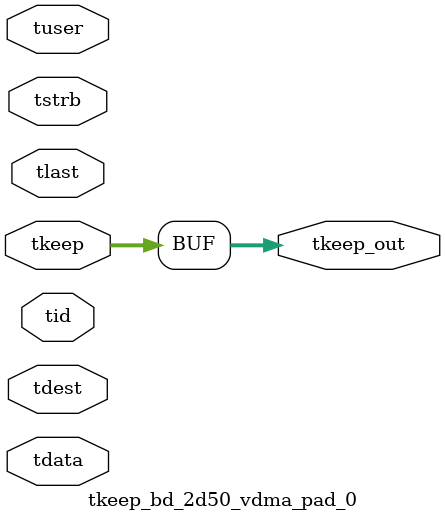
<source format=v>


`timescale 1ps/1ps

module tkeep_bd_2d50_vdma_pad_0 #
(
parameter C_S_AXIS_TDATA_WIDTH = 32,
parameter C_S_AXIS_TUSER_WIDTH = 0,
parameter C_S_AXIS_TID_WIDTH   = 0,
parameter C_S_AXIS_TDEST_WIDTH = 0,
parameter C_M_AXIS_TDATA_WIDTH = 32
)
(
input  [(C_S_AXIS_TDATA_WIDTH == 0 ? 1 : C_S_AXIS_TDATA_WIDTH)-1:0     ] tdata,
input  [(C_S_AXIS_TUSER_WIDTH == 0 ? 1 : C_S_AXIS_TUSER_WIDTH)-1:0     ] tuser,
input  [(C_S_AXIS_TID_WIDTH   == 0 ? 1 : C_S_AXIS_TID_WIDTH)-1:0       ] tid,
input  [(C_S_AXIS_TDEST_WIDTH == 0 ? 1 : C_S_AXIS_TDEST_WIDTH)-1:0     ] tdest,
input  [(C_S_AXIS_TDATA_WIDTH/8)-1:0 ] tkeep,
input  [(C_S_AXIS_TDATA_WIDTH/8)-1:0 ] tstrb,
input                                                                    tlast,
output [(C_M_AXIS_TDATA_WIDTH/8)-1:0 ] tkeep_out
);

assign tkeep_out = {tkeep[5:0]};

endmodule


</source>
